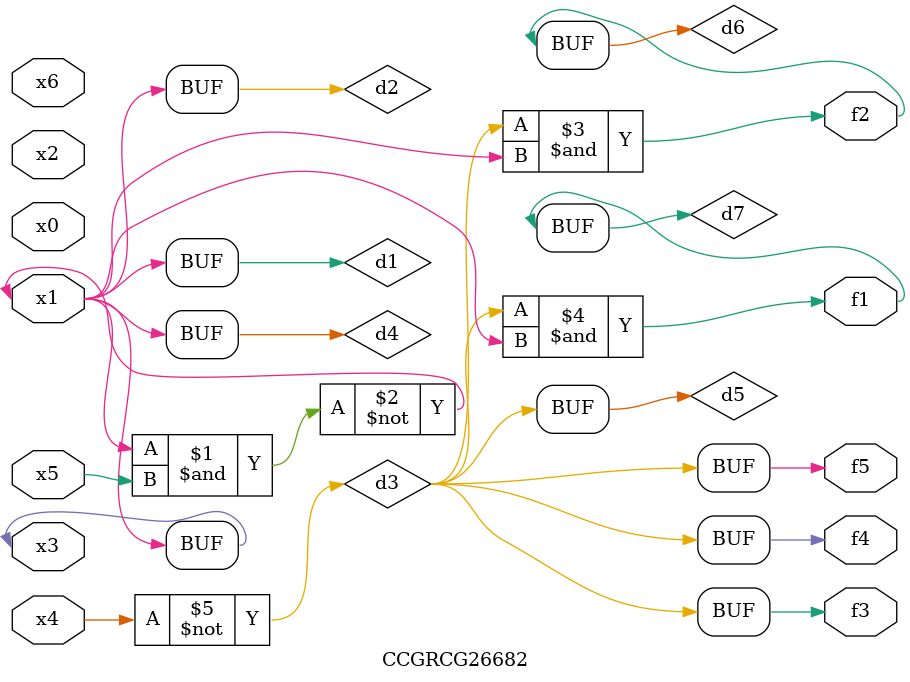
<source format=v>
module CCGRCG26682(
	input x0, x1, x2, x3, x4, x5, x6,
	output f1, f2, f3, f4, f5
);

	wire d1, d2, d3, d4, d5, d6, d7;

	buf (d1, x1, x3);
	nand (d2, x1, x5);
	not (d3, x4);
	buf (d4, d1, d2);
	buf (d5, d3);
	and (d6, d3, d4);
	and (d7, d3, d4);
	assign f1 = d7;
	assign f2 = d6;
	assign f3 = d5;
	assign f4 = d5;
	assign f5 = d5;
endmodule

</source>
